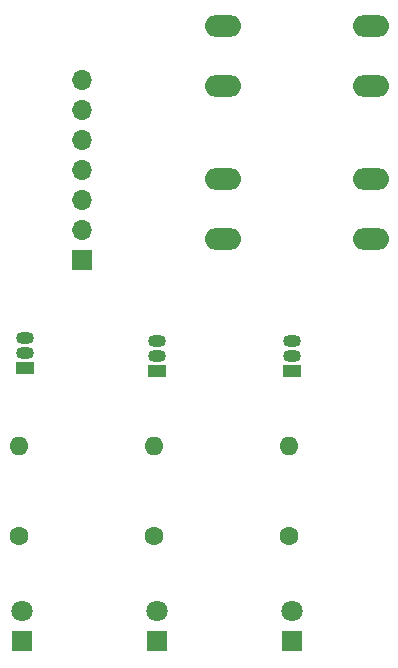
<source format=gbr>
%TF.GenerationSoftware,KiCad,Pcbnew,(5.1.10)-1*%
%TF.CreationDate,2021-10-31T23:54:57-05:00*%
%TF.ProjectId,File1,46696c65-312e-46b6-9963-61645f706362,rev?*%
%TF.SameCoordinates,Original*%
%TF.FileFunction,Soldermask,Top*%
%TF.FilePolarity,Negative*%
%FSLAX46Y46*%
G04 Gerber Fmt 4.6, Leading zero omitted, Abs format (unit mm)*
G04 Created by KiCad (PCBNEW (5.1.10)-1) date 2021-10-31 23:54:57*
%MOMM*%
%LPD*%
G01*
G04 APERTURE LIST*
%ADD10O,1.500000X1.050000*%
%ADD11R,1.500000X1.050000*%
%ADD12R,1.800000X1.800000*%
%ADD13C,1.800000*%
%ADD14O,1.700000X1.700000*%
%ADD15R,1.700000X1.700000*%
%ADD16C,1.600000*%
%ADD17O,1.600000X1.600000*%
%ADD18O,3.048000X1.850000*%
G04 APERTURE END LIST*
D10*
%TO.C,Q1*%
X39878000Y-105156000D03*
X39878000Y-103886000D03*
D11*
X39878000Y-106426000D03*
%TD*%
D12*
%TO.C,D1*%
X39624000Y-129540000D03*
D13*
X39624000Y-127000000D03*
%TD*%
%TO.C,D2*%
X51054000Y-127000000D03*
D12*
X51054000Y-129540000D03*
%TD*%
%TO.C,D3*%
X62484000Y-129540000D03*
D13*
X62484000Y-127000000D03*
%TD*%
D14*
%TO.C,J1*%
X44704000Y-82042000D03*
X44704000Y-84582000D03*
X44704000Y-87122000D03*
X44704000Y-89662000D03*
X44704000Y-92202000D03*
X44704000Y-94742000D03*
D15*
X44704000Y-97282000D03*
%TD*%
D11*
%TO.C,Q2*%
X51054000Y-106680000D03*
D10*
X51054000Y-104140000D03*
X51054000Y-105410000D03*
%TD*%
%TO.C,Q3*%
X62484000Y-105410000D03*
X62484000Y-104140000D03*
D11*
X62484000Y-106680000D03*
%TD*%
D16*
%TO.C,R1*%
X39370000Y-120650000D03*
D17*
X39370000Y-113030000D03*
%TD*%
%TO.C,R2*%
X50800000Y-113030000D03*
D16*
X50800000Y-120650000D03*
%TD*%
%TO.C,R3*%
X62230000Y-120650000D03*
D17*
X62230000Y-113030000D03*
%TD*%
D18*
%TO.C,SW1*%
X69142000Y-77470000D03*
X69142000Y-82470000D03*
X56642000Y-77470000D03*
X56642000Y-82470000D03*
%TD*%
%TO.C,SW2*%
X56642000Y-95424000D03*
X56642000Y-90424000D03*
X69142000Y-95424000D03*
X69142000Y-90424000D03*
%TD*%
M02*

</source>
